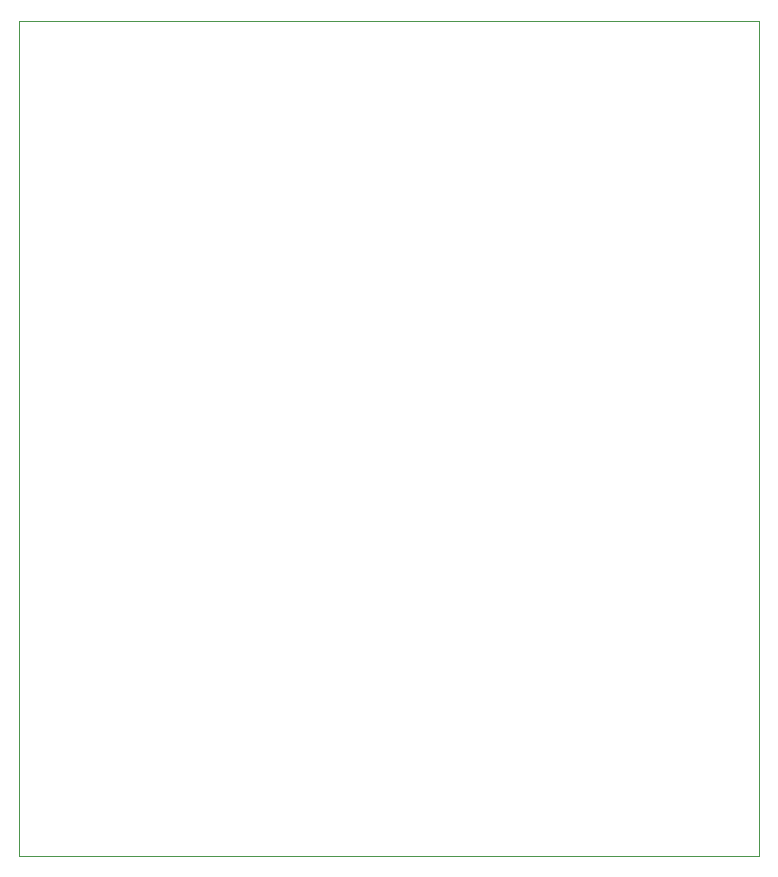
<source format=gbr>
%TF.GenerationSoftware,KiCad,Pcbnew,9.0.0-rc1-459-gb92bef8eee*%
%TF.CreationDate,2025-02-18T20:32:15+01:00*%
%TF.ProjectId,AWG101,41574731-3031-42e6-9b69-6361645f7063,rev?*%
%TF.SameCoordinates,Original*%
%TF.FileFunction,Profile,NP*%
%FSLAX46Y46*%
G04 Gerber Fmt 4.6, Leading zero omitted, Abs format (unit mm)*
G04 Created by KiCad (PCBNEW 9.0.0-rc1-459-gb92bef8eee) date 2025-02-18 20:32:15*
%MOMM*%
%LPD*%
G01*
G04 APERTURE LIST*
%TA.AperFunction,Profile*%
%ADD10C,0.050000*%
%TD*%
G04 APERTURE END LIST*
D10*
X29400000Y-96000000D02*
X92100000Y-96000000D01*
X92100000Y-166700000D01*
X29400000Y-166700000D01*
X29400000Y-96000000D01*
M02*

</source>
